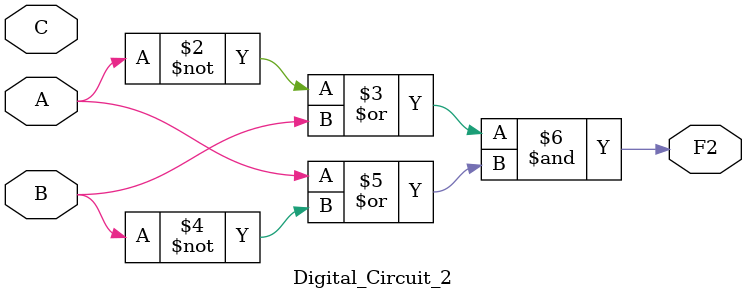
<source format=v>
`timescale 1ns / 1ps


module Digital_Circuit_2(input A, B, C, output F2);

    reg F2;
    
    always @(A, B)
    begin
        F2 = (~A | B) & (A | ~B);
    end


endmodule

</source>
